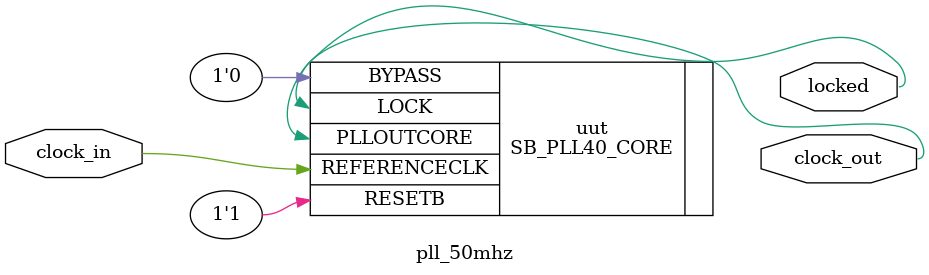
<source format=v>
/**
 * PLL configuration
 *
 * This Verilog module was generated automatically
 * using the icepll tool from the IceStorm project.
 * Use at your own risk.
 *
 * Given input frequency:        12.000 MHz
 * Requested output frequency:   50.000 MHz
 * Achieved output frequency:    50.250 MHz
 */

module pll_50mhz(
	input  clock_in,
	output clock_out,
	output locked
	);

SB_PLL40_CORE #(
		.FEEDBACK_PATH("SIMPLE"),
		.DIVR(4'b0000),		// DIVR =  0
		.DIVF(7'b1000010),	// DIVF = 66
		.DIVQ(3'b100),		// DIVQ =  4
		.FILTER_RANGE(3'b001)	// FILTER_RANGE = 1
	) uut (
		.LOCK(locked),
		.RESETB(1'b1),
		.BYPASS(1'b0),
		.REFERENCECLK(clock_in),
		.PLLOUTCORE(clock_out)
		);

endmodule

</source>
